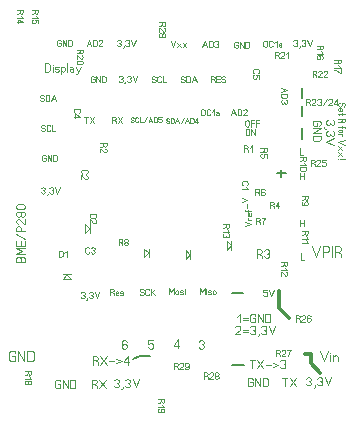
<source format=gbr>
%FSLAX32Y32*%
%MOMM*%
%LNBESTUECKUNG2*%
G71*
G01*
%ADD10C, 0.07*%
%ADD11C, 0.06*%
%ADD12C, 0.20*%
%ADD13C, 0.17*%
%ADD14C, 0.10*%
%ADD15C, 0.19*%
%ADD16C, 0.09*%
%ADD17C, 0.11*%
%ADD18C, 0.30*%
%LPD*%
G54D10*
X3136Y3248D02*
X3156Y3301D01*
X3176Y3248D01*
G54D10*
X3144Y3268D02*
X3168Y3268D01*
G54D10*
X3191Y3248D02*
X3191Y3301D01*
X3211Y3301D01*
X3219Y3298D01*
X3223Y3291D01*
X3223Y3258D01*
X3219Y3251D01*
X3211Y3248D01*
X3191Y3248D01*
G54D10*
X3270Y3248D02*
X3238Y3248D01*
X3238Y3251D01*
X3242Y3258D01*
X3266Y3278D01*
X3270Y3285D01*
X3270Y3291D01*
X3266Y3298D01*
X3258Y3301D01*
X3250Y3301D01*
X3242Y3298D01*
X3238Y3291D01*
G54D10*
X2913Y3291D02*
X2913Y3258D01*
X2909Y3251D01*
X2901Y3248D01*
X2893Y3248D01*
X2885Y3251D01*
X2881Y3258D01*
X2881Y3291D01*
X2885Y3298D01*
X2893Y3301D01*
X2901Y3301D01*
X2909Y3298D01*
X2913Y3291D01*
G54D10*
X2960Y3258D02*
X2956Y3251D01*
X2948Y3248D01*
X2940Y3248D01*
X2932Y3251D01*
X2928Y3258D01*
X2928Y3291D01*
X2932Y3298D01*
X2940Y3301D01*
X2948Y3301D01*
X2956Y3298D01*
X2960Y3291D01*
G54D10*
X2975Y3281D02*
X2995Y3301D01*
X2995Y3248D01*
G54D10*
X3010Y3275D02*
X3018Y3278D01*
X3027Y3278D01*
X3034Y3271D01*
X3034Y3248D01*
G54D10*
X3034Y3258D02*
X3030Y3265D01*
X3022Y3266D01*
X3014Y3265D01*
X3010Y3258D01*
X3011Y3251D01*
X3018Y3248D01*
X3022Y3248D01*
X3023Y3248D01*
X3030Y3251D01*
X3034Y3258D01*
G54D11*
X2585Y3189D02*
X2589Y3183D01*
X2595Y3181D01*
X2602Y3181D01*
X2609Y3183D01*
X2612Y3189D01*
X2612Y3195D01*
X2609Y3200D01*
X2602Y3203D01*
X2595Y3203D01*
X2589Y3206D01*
X2585Y3211D01*
X2585Y3217D01*
X2589Y3222D01*
X2595Y3225D01*
X2602Y3225D01*
X2609Y3222D01*
X2612Y3217D01*
G54D11*
X2624Y3181D02*
X2624Y3225D01*
X2641Y3225D01*
X2648Y3222D01*
X2651Y3217D01*
X2651Y3189D01*
X2648Y3183D01*
X2641Y3181D01*
X2624Y3181D01*
G54D11*
X2663Y3181D02*
X2680Y3225D01*
X2697Y3181D01*
G54D11*
X2670Y3197D02*
X2690Y3197D01*
G54D11*
X2708Y3181D02*
X2735Y3225D01*
G54D11*
X2747Y3181D02*
X2764Y3225D01*
X2781Y3181D01*
G54D11*
X2754Y3197D02*
X2774Y3197D01*
G54D11*
X2792Y3181D02*
X2792Y3225D01*
X2809Y3225D01*
X2816Y3222D01*
X2819Y3217D01*
X2819Y3189D01*
X2816Y3183D01*
X2809Y3181D01*
X2792Y3181D01*
G54D11*
X2851Y3181D02*
X2851Y3225D01*
X2831Y3197D01*
X2831Y3192D01*
X2858Y3192D01*
G54D11*
X2285Y3197D02*
X2288Y3191D01*
X2295Y3189D01*
X2301Y3189D01*
X2308Y3191D01*
X2311Y3197D01*
X2311Y3202D01*
X2308Y3208D01*
X2301Y3211D01*
X2295Y3211D01*
X2288Y3214D01*
X2285Y3219D01*
X2285Y3225D01*
X2288Y3230D01*
X2295Y3233D01*
X2301Y3233D01*
X2308Y3230D01*
X2311Y3225D01*
G54D11*
X2350Y3197D02*
X2347Y3191D01*
X2340Y3189D01*
X2334Y3189D01*
X2327Y3191D01*
X2324Y3197D01*
X2324Y3225D01*
X2327Y3230D01*
X2334Y3233D01*
X2340Y3233D01*
X2347Y3230D01*
X2350Y3225D01*
G54D11*
X2363Y3233D02*
X2363Y3189D01*
X2386Y3189D01*
G54D11*
X2398Y3189D02*
X2424Y3233D01*
G54D11*
X2437Y3189D02*
X2453Y3233D01*
X2470Y3189D01*
G54D11*
X2443Y3205D02*
X2463Y3205D01*
G54D11*
X2482Y3189D02*
X2482Y3233D01*
X2498Y3233D01*
X2505Y3230D01*
X2508Y3225D01*
X2508Y3197D01*
X2505Y3191D01*
X2498Y3189D01*
X2482Y3189D01*
G54D11*
X2547Y3233D02*
X2521Y3233D01*
X2521Y3214D01*
X2524Y3214D01*
X2531Y3216D01*
X2537Y3216D01*
X2544Y3214D01*
X2547Y3208D01*
X2547Y3197D01*
X2544Y3191D01*
X2537Y3189D01*
X2531Y3189D01*
X2524Y3191D01*
X2521Y3197D01*
G54D10*
X2145Y3211D02*
X2157Y3204D01*
X2161Y3197D01*
X2161Y3184D01*
G54D10*
X2129Y3184D02*
X2129Y3237D01*
X2149Y3237D01*
X2157Y3234D01*
X2161Y3227D01*
X2161Y3221D01*
X2157Y3214D01*
X2149Y3211D01*
X2129Y3211D01*
G54D10*
X2176Y3237D02*
X2216Y3184D01*
G54D10*
X2176Y3184D02*
X2216Y3237D01*
G54D10*
X1907Y3184D02*
X1907Y3237D01*
G54D10*
X1891Y3237D02*
X1923Y3237D01*
G54D10*
X1938Y3237D02*
X1978Y3184D01*
G54D10*
X1938Y3184D02*
X1978Y3237D01*
G54D10*
X3560Y3483D02*
X3613Y3463D01*
X3560Y3443D01*
G54D10*
X3580Y3475D02*
X3580Y3451D01*
G54D10*
X3560Y3428D02*
X3613Y3428D01*
X3613Y3408D01*
X3610Y3400D01*
X3603Y3396D01*
X3570Y3396D01*
X3563Y3400D01*
X3560Y3408D01*
X3560Y3428D01*
G54D10*
X3603Y3381D02*
X3610Y3377D01*
X3613Y3369D01*
X3613Y3361D01*
X3610Y3353D01*
X3603Y3349D01*
X3596Y3349D01*
X3590Y3353D01*
X3586Y3361D01*
X3583Y3353D01*
X3576Y3349D01*
X3570Y3349D01*
X3563Y3353D01*
X3560Y3361D01*
X3560Y3369D01*
X3563Y3377D01*
X3570Y3381D01*
G54D12*
X3237Y1746D02*
X3141Y1746D01*
G54D10*
X1863Y1743D02*
X1867Y1750D01*
X1875Y1753D01*
X1883Y1753D01*
X1891Y1750D01*
X1895Y1743D01*
X1895Y1737D01*
X1891Y1730D01*
X1883Y1727D01*
X1891Y1723D01*
X1895Y1717D01*
X1895Y1710D01*
X1891Y1703D01*
X1883Y1700D01*
X1875Y1700D01*
X1867Y1703D01*
X1863Y1710D01*
G54D10*
X1918Y1700D02*
X1918Y1693D01*
X1914Y1687D01*
X1910Y1687D01*
G54D10*
X1933Y1743D02*
X1937Y1750D01*
X1945Y1753D01*
X1953Y1753D01*
X1961Y1750D01*
X1965Y1743D01*
X1965Y1737D01*
X1961Y1730D01*
X1953Y1727D01*
X1961Y1723D01*
X1965Y1717D01*
X1965Y1710D01*
X1961Y1703D01*
X1953Y1700D01*
X1945Y1700D01*
X1937Y1703D01*
X1933Y1710D01*
G54D10*
X1980Y1753D02*
X2000Y1700D01*
X2020Y1753D01*
G54D10*
X2871Y1736D02*
X2871Y1789D01*
X2891Y1756D01*
X2911Y1789D01*
X2911Y1736D01*
G54D10*
X2926Y1736D02*
X2926Y1766D01*
G54D10*
X2926Y1776D02*
X2926Y1776D01*
G54D10*
X2941Y1739D02*
X2949Y1736D01*
X2957Y1736D01*
X2965Y1739D01*
X2965Y1746D01*
X2961Y1749D01*
X2945Y1753D01*
X2941Y1756D01*
X2941Y1763D01*
X2949Y1766D01*
X2957Y1766D01*
X2965Y1763D01*
G54D10*
X3004Y1744D02*
X3004Y1757D01*
X3000Y1764D01*
X2992Y1766D01*
X2984Y1764D01*
X2980Y1757D01*
X2980Y1744D01*
X2984Y1737D01*
X2992Y1736D01*
X3000Y1737D01*
X3004Y1744D01*
G54D10*
X2609Y1736D02*
X2609Y1789D01*
X2629Y1756D01*
X2649Y1789D01*
X2649Y1736D01*
G54D10*
X2688Y1744D02*
X2688Y1757D01*
X2684Y1764D01*
X2676Y1766D01*
X2668Y1764D01*
X2664Y1757D01*
X2664Y1744D01*
X2668Y1737D01*
X2676Y1736D01*
X2684Y1737D01*
X2688Y1744D01*
G54D10*
X2703Y1739D02*
X2711Y1736D01*
X2719Y1736D01*
X2727Y1739D01*
X2727Y1746D01*
X2723Y1749D01*
X2707Y1753D01*
X2703Y1756D01*
X2703Y1763D01*
X2711Y1766D01*
X2719Y1766D01*
X2727Y1763D01*
G54D10*
X2742Y1736D02*
X2742Y1766D01*
G54D10*
X2742Y1776D02*
X2742Y1776D01*
G54D10*
X2364Y1738D02*
X2368Y1731D01*
X2376Y1728D01*
X2384Y1728D01*
X2392Y1731D01*
X2396Y1738D01*
X2396Y1745D01*
X2392Y1751D01*
X2384Y1755D01*
X2376Y1755D01*
X2368Y1758D01*
X2364Y1765D01*
X2364Y1771D01*
X2368Y1778D01*
X2376Y1781D01*
X2384Y1781D01*
X2392Y1778D01*
X2396Y1771D01*
G54D10*
X2443Y1738D02*
X2439Y1731D01*
X2431Y1728D01*
X2423Y1728D01*
X2415Y1731D01*
X2411Y1738D01*
X2411Y1771D01*
X2415Y1778D01*
X2423Y1781D01*
X2431Y1781D01*
X2439Y1778D01*
X2443Y1771D01*
G54D10*
X2458Y1728D02*
X2458Y1781D01*
G54D10*
X2458Y1745D02*
X2490Y1781D01*
G54D10*
X2470Y1755D02*
X2490Y1728D01*
G54D10*
X2127Y1755D02*
X2139Y1748D01*
X2143Y1741D01*
X2143Y1728D01*
G54D10*
X2111Y1728D02*
X2111Y1781D01*
X2131Y1781D01*
X2139Y1778D01*
X2143Y1771D01*
X2143Y1765D01*
X2139Y1758D01*
X2131Y1755D01*
X2111Y1755D01*
G54D10*
X2182Y1731D02*
X2176Y1728D01*
X2168Y1728D01*
X2160Y1731D01*
X2158Y1738D01*
X2158Y1749D01*
X2162Y1756D01*
X2170Y1758D01*
X2178Y1756D01*
X2182Y1751D01*
X2182Y1745D01*
X2158Y1745D01*
G54D10*
X2197Y1731D02*
X2205Y1728D01*
X2213Y1728D01*
X2221Y1731D01*
X2221Y1738D01*
X2217Y1741D01*
X2201Y1745D01*
X2197Y1748D01*
X2197Y1755D01*
X2205Y1758D01*
X2213Y1758D01*
X2221Y1755D01*
G54D13*
X3602Y2757D02*
X3522Y2757D01*
G54D13*
X3562Y2790D02*
X3562Y2724D01*
G54D10*
X3442Y1773D02*
X3410Y1773D01*
X3410Y1750D01*
X3414Y1750D01*
X3422Y1753D01*
X3430Y1753D01*
X3438Y1750D01*
X3442Y1743D01*
X3442Y1730D01*
X3438Y1723D01*
X3430Y1720D01*
X3422Y1720D01*
X3414Y1723D01*
X3410Y1730D01*
G54D10*
X3457Y1773D02*
X3477Y1720D01*
X3497Y1773D01*
G54D10*
X3287Y3197D02*
X3287Y3163D01*
X3283Y3157D01*
X3275Y3153D01*
X3267Y3153D01*
X3259Y3157D01*
X3255Y3163D01*
X3255Y3197D01*
X3259Y3203D01*
X3267Y3207D01*
X3275Y3207D01*
X3283Y3203D01*
X3287Y3197D01*
G54D10*
X3302Y3153D02*
X3302Y3207D01*
X3330Y3207D01*
G54D10*
X3302Y3180D02*
X3330Y3180D01*
G54D10*
X3345Y3153D02*
X3345Y3207D01*
X3373Y3207D01*
G54D10*
X3345Y3180D02*
X3373Y3180D01*
G54D10*
X3290Y3126D02*
X3290Y3093D01*
X3286Y3086D01*
X3278Y3083D01*
X3270Y3083D01*
X3262Y3086D01*
X3258Y3093D01*
X3258Y3126D01*
X3262Y3133D01*
X3270Y3136D01*
X3278Y3136D01*
X3286Y3133D01*
X3290Y3126D01*
G54D10*
X3305Y3083D02*
X3305Y3136D01*
X3337Y3083D01*
X3337Y3136D01*
G54D14*
X1710Y1867D02*
X1782Y1867D01*
X1742Y1906D01*
X1742Y1898D01*
X1710Y1867D01*
G54D14*
X1710Y1906D02*
X1774Y1906D01*
X1782Y1906D01*
G54D14*
X1900Y2328D02*
X1900Y2256D01*
X1940Y2296D01*
X1932Y2296D01*
X1900Y2328D01*
G54D14*
X1940Y2328D02*
X1940Y2264D01*
X1940Y2256D01*
G54D14*
X2400Y2121D02*
X2400Y2050D01*
X2440Y2089D01*
X2432Y2089D01*
X2400Y2121D01*
G54D14*
X2440Y2121D02*
X2440Y2058D01*
X2440Y2050D01*
G54D14*
X2750Y2105D02*
X2750Y2034D01*
X2789Y2074D01*
X2781Y2074D01*
X2750Y2105D01*
G54D14*
X2789Y2105D02*
X2789Y2042D01*
X2789Y2034D01*
G54D14*
X3099Y2185D02*
X3099Y2113D01*
X3139Y2153D01*
X3131Y2153D01*
X3099Y2185D01*
G54D14*
X3139Y2185D02*
X3139Y2121D01*
X3139Y2113D01*
G54D10*
X3719Y2709D02*
X3719Y2762D01*
G54D10*
X3751Y2709D02*
X3751Y2762D01*
G54D10*
X3719Y2735D02*
X3751Y2735D01*
G54D10*
X3719Y2312D02*
X3719Y2365D01*
G54D10*
X3751Y2312D02*
X3751Y2365D01*
G54D10*
X3719Y2338D02*
X3751Y2338D01*
G54D10*
X3718Y2970D02*
X3718Y2917D01*
X3746Y2917D01*
G54D10*
X3726Y2081D02*
X3726Y2028D01*
X3754Y2028D01*
G54D15*
X3737Y3051D02*
X3737Y3141D01*
G54D15*
X3737Y3392D02*
X3737Y3483D01*
G54D15*
X3737Y3241D02*
X3737Y3332D01*
G54D10*
X3253Y2308D02*
X3306Y2328D01*
X3253Y2348D01*
G54D10*
X3306Y2363D02*
X3276Y2363D01*
G54D10*
X3283Y2363D02*
X3276Y2371D01*
X3276Y2379D01*
G54D10*
X3303Y2418D02*
X3306Y2412D01*
X3306Y2404D01*
X3303Y2396D01*
X3296Y2394D01*
X3285Y2394D01*
X3278Y2398D01*
X3276Y2406D01*
X3278Y2414D01*
X3283Y2418D01*
X3289Y2418D01*
X3289Y2394D01*
G54D10*
X3306Y2441D02*
X3256Y2441D01*
X3253Y2445D01*
X3255Y2449D01*
G54D10*
X3276Y2433D02*
X3276Y2449D01*
G54D11*
X3226Y2545D02*
X3270Y2529D01*
X3226Y2512D01*
G54D11*
X3270Y2500D02*
X3270Y2467D01*
G54D10*
X3261Y2969D02*
X3273Y2962D01*
X3277Y2955D01*
X3277Y2942D01*
G54D10*
X3245Y2942D02*
X3245Y2995D01*
X3265Y2995D01*
X3273Y2992D01*
X3277Y2985D01*
X3277Y2979D01*
X3273Y2972D01*
X3265Y2969D01*
X3245Y2969D01*
G54D10*
X3292Y2975D02*
X3312Y2995D01*
X3312Y2942D01*
G54D10*
X2055Y2998D02*
X2048Y2986D01*
X2042Y2982D01*
X2028Y2982D01*
G54D10*
X2028Y3014D02*
X2082Y3014D01*
X2082Y2994D01*
X2078Y2986D01*
X2072Y2982D01*
X2065Y2982D01*
X2058Y2986D01*
X2055Y2994D01*
X2055Y3014D01*
G54D10*
X2028Y2935D02*
X2028Y2967D01*
X2032Y2967D01*
X2038Y2963D01*
X2058Y2939D01*
X2065Y2935D01*
X2072Y2935D01*
X2078Y2939D01*
X2082Y2947D01*
X2082Y2955D01*
X2078Y2963D01*
X2072Y2967D01*
G54D16*
X3374Y2079D02*
X3390Y2070D01*
X3395Y2061D01*
X3395Y2044D01*
G54D16*
X3352Y2044D02*
X3352Y2115D01*
X3379Y2115D01*
X3390Y2110D01*
X3395Y2101D01*
X3395Y2093D01*
X3390Y2084D01*
X3379Y2079D01*
X3352Y2079D01*
G54D16*
X3415Y2101D02*
X3421Y2110D01*
X3431Y2115D01*
X3442Y2115D01*
X3453Y2110D01*
X3458Y2101D01*
X3458Y2093D01*
X3453Y2084D01*
X3442Y2079D01*
X3453Y2075D01*
X3458Y2066D01*
X3458Y2057D01*
X3453Y2048D01*
X3442Y2044D01*
X3431Y2044D01*
X3421Y2048D01*
X3415Y2057D01*
G54D10*
X3481Y2492D02*
X3493Y2485D01*
X3497Y2479D01*
X3497Y2465D01*
G54D10*
X3465Y2465D02*
X3465Y2519D01*
X3485Y2519D01*
X3493Y2515D01*
X3497Y2509D01*
X3497Y2502D01*
X3493Y2495D01*
X3485Y2492D01*
X3465Y2492D01*
G54D10*
X3536Y2465D02*
X3536Y2519D01*
X3512Y2485D01*
X3512Y2479D01*
X3544Y2479D01*
G54D10*
X3411Y2954D02*
X3404Y2942D01*
X3397Y2938D01*
X3384Y2938D01*
G54D10*
X3384Y2970D02*
X3437Y2970D01*
X3437Y2950D01*
X3434Y2942D01*
X3427Y2938D01*
X3421Y2938D01*
X3414Y2942D01*
X3411Y2950D01*
X3411Y2970D01*
G54D10*
X3437Y2891D02*
X3437Y2923D01*
X3414Y2923D01*
X3414Y2919D01*
X3417Y2911D01*
X3417Y2903D01*
X3414Y2895D01*
X3407Y2891D01*
X3394Y2891D01*
X3387Y2895D01*
X3384Y2903D01*
X3384Y2911D01*
X3387Y2919D01*
X3394Y2923D01*
G54D10*
X2199Y2175D02*
X2211Y2168D01*
X2215Y2161D01*
X2215Y2148D01*
G54D10*
X2183Y2148D02*
X2183Y2201D01*
X2203Y2201D01*
X2211Y2198D01*
X2215Y2191D01*
X2215Y2185D01*
X2211Y2178D01*
X2203Y2175D01*
X2183Y2175D01*
G54D10*
X2250Y2175D02*
X2242Y2175D01*
X2234Y2178D01*
X2230Y2185D01*
X2230Y2191D01*
X2234Y2198D01*
X2242Y2201D01*
X2250Y2201D01*
X2258Y2198D01*
X2262Y2191D01*
X2262Y2185D01*
X2258Y2178D01*
X2250Y2175D01*
X2258Y2171D01*
X2262Y2165D01*
X2262Y2158D01*
X2258Y2151D01*
X2250Y2148D01*
X2242Y2148D01*
X2234Y2151D01*
X2230Y2158D01*
X2230Y2165D01*
X2234Y2171D01*
X2242Y2175D01*
G54D10*
X3358Y2601D02*
X3370Y2594D01*
X3374Y2587D01*
X3374Y2574D01*
G54D10*
X3342Y2574D02*
X3342Y2627D01*
X3362Y2627D01*
X3370Y2624D01*
X3374Y2617D01*
X3374Y2611D01*
X3370Y2604D01*
X3362Y2601D01*
X3342Y2601D01*
G54D10*
X3421Y2617D02*
X3417Y2624D01*
X3409Y2627D01*
X3401Y2627D01*
X3393Y2624D01*
X3389Y2617D01*
X3389Y2601D01*
X3389Y2597D01*
X3401Y2604D01*
X3409Y2604D01*
X3417Y2601D01*
X3421Y2594D01*
X3421Y2584D01*
X3417Y2577D01*
X3409Y2574D01*
X3401Y2574D01*
X3393Y2577D01*
X3389Y2584D01*
X3389Y2601D01*
G54D10*
X3364Y2356D02*
X3376Y2349D01*
X3380Y2343D01*
X3380Y2329D01*
G54D10*
X3348Y2329D02*
X3348Y2383D01*
X3368Y2383D01*
X3376Y2379D01*
X3380Y2373D01*
X3380Y2366D01*
X3376Y2359D01*
X3368Y2356D01*
X3348Y2356D01*
G54D10*
X3395Y2383D02*
X3427Y2383D01*
X3423Y2376D01*
X3415Y2366D01*
X3407Y2353D01*
X3403Y2343D01*
X3403Y2329D01*
G54D10*
X3743Y2879D02*
X3737Y2867D01*
X3730Y2863D01*
X3717Y2863D01*
G54D10*
X3717Y2895D02*
X3770Y2895D01*
X3770Y2875D01*
X3767Y2867D01*
X3760Y2863D01*
X3753Y2863D01*
X3747Y2867D01*
X3743Y2875D01*
X3743Y2895D01*
G54D10*
X3750Y2848D02*
X3770Y2828D01*
X3717Y2828D01*
G54D10*
X3760Y2781D02*
X3727Y2781D01*
X3720Y2785D01*
X3717Y2793D01*
X3717Y2801D01*
X3720Y2809D01*
X3727Y2813D01*
X3760Y2813D01*
X3767Y2809D01*
X3770Y2801D01*
X3770Y2793D01*
X3767Y2785D01*
X3760Y2781D01*
G54D10*
X3584Y1990D02*
X3578Y1978D01*
X3571Y1974D01*
X3558Y1974D01*
G54D10*
X3558Y2006D02*
X3611Y2006D01*
X3611Y1986D01*
X3608Y1978D01*
X3601Y1974D01*
X3594Y1974D01*
X3588Y1978D01*
X3584Y1986D01*
X3584Y2006D01*
G54D10*
X3591Y1959D02*
X3611Y1939D01*
X3558Y1939D01*
G54D10*
X3558Y1892D02*
X3558Y1924D01*
X3561Y1924D01*
X3568Y1920D01*
X3588Y1896D01*
X3594Y1892D01*
X3601Y1892D01*
X3608Y1896D01*
X3611Y1904D01*
X3611Y1912D01*
X3608Y1920D01*
X3601Y1924D01*
G54D10*
X3759Y2256D02*
X3752Y2244D01*
X3746Y2240D01*
X3732Y2240D01*
G54D10*
X3732Y2272D02*
X3786Y2272D01*
X3786Y2252D01*
X3782Y2244D01*
X3776Y2240D01*
X3769Y2240D01*
X3762Y2244D01*
X3759Y2252D01*
X3759Y2272D01*
G54D10*
X3766Y2225D02*
X3786Y2205D01*
X3732Y2205D01*
G54D10*
X3766Y2190D02*
X3786Y2170D01*
X3732Y2170D01*
G54D10*
X3759Y2552D02*
X3752Y2540D01*
X3746Y2536D01*
X3732Y2536D01*
G54D10*
X3732Y2568D02*
X3786Y2568D01*
X3786Y2548D01*
X3782Y2540D01*
X3776Y2536D01*
X3769Y2536D01*
X3762Y2540D01*
X3759Y2548D01*
X3759Y2568D01*
G54D10*
X3742Y2521D02*
X3736Y2517D01*
X3732Y2509D01*
X3732Y2501D01*
X3736Y2493D01*
X3742Y2489D01*
X3759Y2489D01*
X3762Y2489D01*
X3756Y2501D01*
X3756Y2509D01*
X3759Y2517D01*
X3766Y2521D01*
X3776Y2521D01*
X3782Y2517D01*
X3786Y2509D01*
X3786Y2501D01*
X3782Y2493D01*
X3776Y2489D01*
X3759Y2489D01*
G54D10*
X1677Y2051D02*
X1677Y2104D01*
X1697Y2104D01*
X1705Y2101D01*
X1709Y2094D01*
X1709Y2061D01*
X1705Y2054D01*
X1697Y2051D01*
X1677Y2051D01*
G54D10*
X1724Y2084D02*
X1744Y2104D01*
X1744Y2051D01*
G54D10*
X1939Y2415D02*
X1992Y2415D01*
X1992Y2395D01*
X1989Y2387D01*
X1982Y2383D01*
X1949Y2383D01*
X1942Y2387D01*
X1939Y2395D01*
X1939Y2415D01*
G54D10*
X1939Y2336D02*
X1939Y2368D01*
X1942Y2368D01*
X1949Y2364D01*
X1969Y2340D01*
X1975Y2336D01*
X1982Y2336D01*
X1989Y2340D01*
X1992Y2348D01*
X1992Y2356D01*
X1989Y2364D01*
X1982Y2368D01*
G54D10*
X1935Y2089D02*
X1931Y2082D01*
X1923Y2079D01*
X1915Y2079D01*
X1907Y2082D01*
X1903Y2089D01*
X1903Y2122D01*
X1907Y2129D01*
X1915Y2132D01*
X1923Y2132D01*
X1931Y2129D01*
X1935Y2122D01*
G54D10*
X1950Y2122D02*
X1954Y2129D01*
X1962Y2132D01*
X1970Y2132D01*
X1978Y2129D01*
X1982Y2122D01*
X1982Y2115D01*
X1978Y2109D01*
X1970Y2105D01*
X1978Y2102D01*
X1982Y2095D01*
X1982Y2089D01*
X1978Y2082D01*
X1970Y2079D01*
X1962Y2079D01*
X1954Y2082D01*
X1950Y2089D01*
G54D10*
X3234Y2657D02*
X3228Y2661D01*
X3224Y2669D01*
X3224Y2677D01*
X3228Y2685D01*
X3234Y2689D01*
X3268Y2689D01*
X3274Y2685D01*
X3278Y2677D01*
X3278Y2669D01*
X3274Y2661D01*
X3268Y2657D01*
G54D10*
X3258Y2642D02*
X3278Y2622D01*
X3224Y2622D01*
G54D10*
X1877Y2756D02*
X1870Y2760D01*
X1867Y2768D01*
X1867Y2776D01*
X1870Y2784D01*
X1877Y2788D01*
X1910Y2788D01*
X1917Y2784D01*
X1920Y2776D01*
X1920Y2768D01*
X1917Y2760D01*
X1910Y2756D01*
G54D10*
X1867Y2709D02*
X1867Y2741D01*
X1870Y2741D01*
X1877Y2737D01*
X1897Y2713D01*
X1904Y2709D01*
X1910Y2709D01*
X1917Y2713D01*
X1920Y2721D01*
X1920Y2729D01*
X1917Y2737D01*
X1910Y2741D01*
G54D10*
X3092Y2315D02*
X3086Y2303D01*
X3079Y2299D01*
X3066Y2299D01*
G54D10*
X3066Y2331D02*
X3119Y2331D01*
X3119Y2311D01*
X3116Y2303D01*
X3109Y2299D01*
X3102Y2299D01*
X3096Y2303D01*
X3092Y2311D01*
X3092Y2331D01*
G54D10*
X3099Y2284D02*
X3119Y2264D01*
X3066Y2264D01*
G54D10*
X3109Y2249D02*
X3116Y2245D01*
X3119Y2237D01*
X3119Y2229D01*
X3116Y2221D01*
X3109Y2217D01*
X3102Y2217D01*
X3096Y2221D01*
X3092Y2229D01*
X3089Y2221D01*
X3082Y2217D01*
X3076Y2217D01*
X3069Y2221D01*
X3066Y2229D01*
X3066Y2237D01*
X3069Y2245D01*
X3076Y2249D01*
G54D10*
X1814Y3272D02*
X1807Y3276D01*
X1804Y3284D01*
X1804Y3292D01*
X1807Y3300D01*
X1814Y3304D01*
X1847Y3304D01*
X1854Y3300D01*
X1857Y3292D01*
X1857Y3284D01*
X1854Y3276D01*
X1847Y3272D01*
G54D10*
X1804Y3233D02*
X1857Y3233D01*
X1824Y3257D01*
X1817Y3257D01*
X1817Y3225D01*
G54D10*
X1527Y2631D02*
X1531Y2637D01*
X1539Y2641D01*
X1547Y2641D01*
X1555Y2637D01*
X1559Y2631D01*
X1559Y2624D01*
X1555Y2617D01*
X1547Y2614D01*
X1555Y2611D01*
X1559Y2604D01*
X1559Y2597D01*
X1555Y2591D01*
X1547Y2587D01*
X1539Y2587D01*
X1531Y2591D01*
X1527Y2597D01*
G54D10*
X1582Y2587D02*
X1582Y2581D01*
X1578Y2574D01*
X1574Y2574D01*
G54D10*
X1597Y2631D02*
X1601Y2637D01*
X1609Y2641D01*
X1617Y2641D01*
X1625Y2637D01*
X1629Y2631D01*
X1629Y2624D01*
X1625Y2617D01*
X1617Y2614D01*
X1625Y2611D01*
X1629Y2604D01*
X1629Y2597D01*
X1625Y2591D01*
X1617Y2587D01*
X1609Y2587D01*
X1601Y2591D01*
X1597Y2597D01*
G54D10*
X1644Y2641D02*
X1664Y2587D01*
X1684Y2641D01*
G54D10*
X1551Y2887D02*
X1567Y2887D01*
X1567Y2870D01*
X1563Y2864D01*
X1555Y2860D01*
X1547Y2860D01*
X1539Y2864D01*
X1535Y2870D01*
X1535Y2904D01*
X1539Y2910D01*
X1547Y2914D01*
X1555Y2914D01*
X1563Y2910D01*
X1567Y2904D01*
G54D10*
X1582Y2860D02*
X1582Y2914D01*
X1614Y2860D01*
X1614Y2914D01*
G54D10*
X1629Y2860D02*
X1629Y2914D01*
X1649Y2914D01*
X1657Y2910D01*
X1661Y2904D01*
X1661Y2870D01*
X1657Y2864D01*
X1649Y2860D01*
X1629Y2860D01*
G54D10*
X1519Y3378D02*
X1523Y3372D01*
X1531Y3368D01*
X1539Y3368D01*
X1547Y3372D01*
X1551Y3378D01*
X1551Y3385D01*
X1547Y3392D01*
X1539Y3395D01*
X1531Y3395D01*
X1523Y3398D01*
X1519Y3405D01*
X1519Y3412D01*
X1523Y3418D01*
X1531Y3422D01*
X1539Y3422D01*
X1547Y3418D01*
X1551Y3412D01*
G54D10*
X1566Y3368D02*
X1566Y3422D01*
X1586Y3422D01*
X1594Y3418D01*
X1598Y3412D01*
X1598Y3378D01*
X1594Y3372D01*
X1586Y3368D01*
X1566Y3368D01*
G54D10*
X1613Y3368D02*
X1633Y3422D01*
X1653Y3368D01*
G54D10*
X1621Y3388D02*
X1645Y3388D01*
G54D10*
X1527Y3124D02*
X1531Y3118D01*
X1539Y3114D01*
X1547Y3114D01*
X1555Y3118D01*
X1559Y3124D01*
X1559Y3131D01*
X1555Y3138D01*
X1547Y3141D01*
X1539Y3141D01*
X1531Y3144D01*
X1527Y3151D01*
X1527Y3158D01*
X1531Y3164D01*
X1539Y3168D01*
X1547Y3168D01*
X1555Y3164D01*
X1559Y3158D01*
G54D10*
X1606Y3124D02*
X1602Y3118D01*
X1594Y3114D01*
X1586Y3114D01*
X1578Y3118D01*
X1574Y3124D01*
X1574Y3158D01*
X1578Y3164D01*
X1586Y3168D01*
X1594Y3168D01*
X1602Y3164D01*
X1606Y3158D01*
G54D10*
X1621Y3168D02*
X1621Y3114D01*
X1649Y3114D01*
G54D10*
X3178Y3847D02*
X3194Y3847D01*
X3194Y3831D01*
X3190Y3824D01*
X3182Y3821D01*
X3174Y3821D01*
X3166Y3824D01*
X3162Y3831D01*
X3162Y3864D01*
X3166Y3871D01*
X3174Y3874D01*
X3182Y3874D01*
X3190Y3871D01*
X3194Y3864D01*
G54D10*
X3209Y3821D02*
X3209Y3874D01*
X3241Y3821D01*
X3241Y3874D01*
G54D10*
X3256Y3821D02*
X3256Y3874D01*
X3276Y3874D01*
X3284Y3871D01*
X3288Y3864D01*
X3288Y3831D01*
X3284Y3824D01*
X3276Y3821D01*
X3256Y3821D01*
G54D10*
X2186Y3575D02*
X2190Y3582D01*
X2198Y3585D01*
X2206Y3585D01*
X2214Y3582D01*
X2218Y3575D01*
X2218Y3569D01*
X2214Y3562D01*
X2206Y3559D01*
X2214Y3555D01*
X2218Y3549D01*
X2218Y3542D01*
X2214Y3535D01*
X2206Y3532D01*
X2198Y3532D01*
X2190Y3535D01*
X2186Y3542D01*
G54D10*
X2241Y3532D02*
X2241Y3525D01*
X2237Y3519D01*
X2233Y3519D01*
G54D10*
X2256Y3575D02*
X2260Y3582D01*
X2268Y3585D01*
X2276Y3585D01*
X2284Y3582D01*
X2288Y3575D01*
X2288Y3569D01*
X2284Y3562D01*
X2276Y3559D01*
X2284Y3555D01*
X2288Y3549D01*
X2288Y3542D01*
X2284Y3535D01*
X2276Y3532D01*
X2268Y3532D01*
X2260Y3535D01*
X2256Y3542D01*
G54D10*
X2303Y3585D02*
X2323Y3532D01*
X2343Y3585D01*
G54D10*
X1964Y3554D02*
X1980Y3554D01*
X1980Y3537D01*
X1976Y3530D01*
X1968Y3527D01*
X1960Y3527D01*
X1952Y3530D01*
X1948Y3537D01*
X1948Y3570D01*
X1952Y3577D01*
X1960Y3580D01*
X1968Y3580D01*
X1976Y3577D01*
X1980Y3570D01*
G54D10*
X1995Y3527D02*
X1995Y3580D01*
X2027Y3527D01*
X2027Y3580D01*
G54D10*
X2042Y3527D02*
X2042Y3580D01*
X2062Y3580D01*
X2070Y3577D01*
X2074Y3570D01*
X2074Y3537D01*
X2070Y3530D01*
X2062Y3527D01*
X2042Y3527D01*
G54D10*
X2464Y3537D02*
X2468Y3530D01*
X2476Y3527D01*
X2484Y3527D01*
X2492Y3530D01*
X2496Y3537D01*
X2496Y3544D01*
X2492Y3550D01*
X2484Y3554D01*
X2476Y3554D01*
X2468Y3557D01*
X2464Y3564D01*
X2464Y3570D01*
X2468Y3577D01*
X2476Y3580D01*
X2484Y3580D01*
X2492Y3577D01*
X2496Y3570D01*
G54D10*
X2543Y3537D02*
X2539Y3530D01*
X2531Y3527D01*
X2523Y3527D01*
X2515Y3530D01*
X2511Y3537D01*
X2511Y3570D01*
X2515Y3577D01*
X2523Y3580D01*
X2531Y3580D01*
X2539Y3577D01*
X2543Y3570D01*
G54D10*
X2558Y3580D02*
X2558Y3527D01*
X2586Y3527D01*
G54D10*
X2710Y3537D02*
X2714Y3530D01*
X2722Y3527D01*
X2730Y3527D01*
X2738Y3530D01*
X2742Y3537D01*
X2742Y3544D01*
X2738Y3550D01*
X2730Y3554D01*
X2722Y3554D01*
X2714Y3557D01*
X2710Y3564D01*
X2710Y3570D01*
X2714Y3577D01*
X2722Y3580D01*
X2730Y3580D01*
X2738Y3577D01*
X2742Y3570D01*
G54D10*
X2757Y3527D02*
X2757Y3580D01*
X2777Y3580D01*
X2785Y3577D01*
X2789Y3570D01*
X2789Y3537D01*
X2785Y3530D01*
X2777Y3527D01*
X2757Y3527D01*
G54D10*
X2804Y3527D02*
X2824Y3580D01*
X2844Y3527D01*
G54D10*
X2812Y3547D02*
X2836Y3547D01*
G54D10*
X2980Y3554D02*
X2992Y3547D01*
X2996Y3540D01*
X2996Y3527D01*
G54D10*
X2964Y3527D02*
X2964Y3580D01*
X2984Y3580D01*
X2992Y3577D01*
X2996Y3570D01*
X2996Y3564D01*
X2992Y3557D01*
X2984Y3554D01*
X2964Y3554D01*
G54D10*
X3039Y3527D02*
X3011Y3527D01*
X3011Y3580D01*
X3039Y3580D01*
G54D10*
X3011Y3554D02*
X3039Y3554D01*
G54D10*
X3054Y3537D02*
X3058Y3530D01*
X3066Y3527D01*
X3074Y3527D01*
X3082Y3530D01*
X3086Y3537D01*
X3086Y3544D01*
X3082Y3550D01*
X3074Y3554D01*
X3066Y3554D01*
X3058Y3557D01*
X3054Y3564D01*
X3054Y3570D01*
X3058Y3577D01*
X3066Y3580D01*
X3074Y3580D01*
X3082Y3577D01*
X3086Y3570D01*
G54D16*
X1561Y3620D02*
X1561Y3691D01*
X1587Y3691D01*
X1598Y3687D01*
X1603Y3678D01*
X1603Y3634D01*
X1598Y3625D01*
X1587Y3620D01*
X1561Y3620D01*
G54D16*
X1624Y3620D02*
X1624Y3660D01*
G54D16*
X1624Y3674D02*
X1624Y3674D01*
G54D16*
X1644Y3625D02*
X1654Y3620D01*
X1665Y3620D01*
X1676Y3625D01*
X1676Y3634D01*
X1670Y3638D01*
X1649Y3642D01*
X1644Y3647D01*
X1644Y3656D01*
X1654Y3660D01*
X1665Y3660D01*
X1676Y3656D01*
G54D16*
X1696Y3660D02*
X1696Y3602D01*
G54D16*
X1696Y3634D02*
X1701Y3622D01*
X1712Y3620D01*
X1722Y3622D01*
X1728Y3631D01*
X1728Y3649D01*
X1722Y3658D01*
X1712Y3660D01*
X1701Y3658D01*
X1696Y3647D01*
G54D16*
X1748Y3620D02*
X1748Y3691D01*
G54D16*
X1768Y3656D02*
X1778Y3660D01*
X1791Y3660D01*
X1800Y3651D01*
X1800Y3620D01*
G54D16*
X1800Y3634D02*
X1794Y3642D01*
X1784Y3644D01*
X1773Y3642D01*
X1768Y3634D01*
X1770Y3625D01*
X1778Y3620D01*
X1784Y3620D01*
X1786Y3620D01*
X1794Y3625D01*
X1800Y3634D01*
G54D16*
X1820Y3660D02*
X1841Y3620D01*
X1862Y3660D01*
G54D16*
X1841Y3620D02*
X1836Y3607D01*
X1830Y3602D01*
X1825Y3602D01*
G54D16*
X1389Y2010D02*
X1318Y2010D01*
X1318Y2036D01*
X1322Y2047D01*
X1331Y2052D01*
X1340Y2052D01*
X1349Y2047D01*
X1353Y2036D01*
X1358Y2047D01*
X1367Y2052D01*
X1375Y2052D01*
X1384Y2047D01*
X1389Y2036D01*
X1389Y2010D01*
G54D16*
X1353Y2010D02*
X1353Y2036D01*
G54D16*
X1389Y2073D02*
X1318Y2073D01*
X1362Y2099D01*
X1318Y2126D01*
X1389Y2126D01*
G54D16*
X1389Y2183D02*
X1389Y2146D01*
X1318Y2146D01*
X1318Y2183D01*
G54D16*
X1353Y2146D02*
X1353Y2183D01*
G54D16*
X1389Y2203D02*
X1318Y2245D01*
G54D16*
X1389Y2266D02*
X1318Y2266D01*
X1318Y2292D01*
X1322Y2303D01*
X1331Y2308D01*
X1340Y2308D01*
X1349Y2303D01*
X1353Y2292D01*
X1353Y2266D01*
G54D16*
X1389Y2371D02*
X1389Y2329D01*
X1384Y2329D01*
X1375Y2334D01*
X1349Y2366D01*
X1340Y2371D01*
X1331Y2371D01*
X1322Y2366D01*
X1318Y2355D01*
X1318Y2345D01*
X1322Y2334D01*
X1331Y2329D01*
G54D16*
X1353Y2418D02*
X1353Y2408D01*
X1349Y2397D01*
X1340Y2392D01*
X1331Y2392D01*
X1322Y2397D01*
X1318Y2408D01*
X1318Y2418D01*
X1322Y2429D01*
X1331Y2434D01*
X1340Y2434D01*
X1349Y2429D01*
X1353Y2418D01*
X1358Y2429D01*
X1367Y2434D01*
X1375Y2434D01*
X1384Y2429D01*
X1389Y2418D01*
X1389Y2408D01*
X1384Y2397D01*
X1375Y2392D01*
X1367Y2392D01*
X1358Y2397D01*
X1353Y2408D01*
G54D16*
X1331Y2497D02*
X1375Y2497D01*
X1384Y2492D01*
X1389Y2481D01*
X1389Y2471D01*
X1384Y2460D01*
X1375Y2455D01*
X1331Y2455D01*
X1322Y2460D01*
X1318Y2471D01*
X1318Y2481D01*
X1322Y2492D01*
X1331Y2497D01*
G54D10*
X2893Y3828D02*
X2913Y3881D01*
X2933Y3828D01*
G54D10*
X2901Y3848D02*
X2925Y3848D01*
G54D10*
X2948Y3828D02*
X2948Y3881D01*
X2968Y3881D01*
X2976Y3878D01*
X2980Y3871D01*
X2980Y3838D01*
X2976Y3831D01*
X2968Y3828D01*
X2948Y3828D01*
G54D10*
X2995Y3871D02*
X2999Y3878D01*
X3007Y3881D01*
X3015Y3881D01*
X3023Y3878D01*
X3027Y3871D01*
X3027Y3865D01*
X3023Y3858D01*
X3015Y3855D01*
X3023Y3851D01*
X3027Y3845D01*
X3027Y3838D01*
X3023Y3831D01*
X3015Y3828D01*
X3007Y3828D01*
X2999Y3831D01*
X2995Y3838D01*
G54D10*
X3440Y3872D02*
X3440Y3839D01*
X3436Y3832D01*
X3428Y3829D01*
X3420Y3829D01*
X3412Y3832D01*
X3408Y3839D01*
X3408Y3872D01*
X3412Y3879D01*
X3420Y3882D01*
X3428Y3882D01*
X3436Y3879D01*
X3440Y3872D01*
G54D10*
X3488Y3839D02*
X3484Y3832D01*
X3476Y3829D01*
X3468Y3829D01*
X3460Y3832D01*
X3456Y3839D01*
X3456Y3872D01*
X3460Y3879D01*
X3468Y3882D01*
X3476Y3882D01*
X3484Y3879D01*
X3488Y3872D01*
G54D10*
X3502Y3862D02*
X3522Y3882D01*
X3522Y3829D01*
G54D10*
X3538Y3855D02*
X3546Y3859D01*
X3555Y3859D01*
X3562Y3852D01*
X3562Y3829D01*
G54D10*
X3562Y3839D02*
X3558Y3845D01*
X3550Y3847D01*
X3542Y3845D01*
X3538Y3839D01*
X3539Y3832D01*
X3546Y3829D01*
X3550Y3829D01*
X3551Y3829D01*
X3558Y3832D01*
X3562Y3839D01*
G54D10*
X2170Y3877D02*
X2174Y3884D01*
X2182Y3887D01*
X2190Y3887D01*
X2198Y3884D01*
X2202Y3877D01*
X2202Y3870D01*
X2198Y3864D01*
X2190Y3860D01*
X2198Y3857D01*
X2202Y3850D01*
X2202Y3844D01*
X2198Y3837D01*
X2190Y3834D01*
X2182Y3834D01*
X2174Y3837D01*
X2170Y3844D01*
G54D10*
X2225Y3834D02*
X2225Y3827D01*
X2221Y3820D01*
X2217Y3820D01*
G54D10*
X2240Y3877D02*
X2244Y3884D01*
X2252Y3887D01*
X2260Y3887D01*
X2268Y3884D01*
X2272Y3877D01*
X2272Y3870D01*
X2268Y3864D01*
X2260Y3860D01*
X2268Y3857D01*
X2272Y3850D01*
X2272Y3844D01*
X2268Y3837D01*
X2260Y3834D01*
X2252Y3834D01*
X2244Y3837D01*
X2240Y3844D01*
G54D10*
X2287Y3887D02*
X2307Y3834D01*
X2327Y3887D01*
G54D10*
X1678Y3863D02*
X1694Y3863D01*
X1694Y3846D01*
X1690Y3840D01*
X1682Y3836D01*
X1674Y3836D01*
X1666Y3840D01*
X1662Y3846D01*
X1662Y3880D01*
X1666Y3886D01*
X1674Y3890D01*
X1682Y3890D01*
X1690Y3886D01*
X1694Y3880D01*
G54D10*
X1709Y3836D02*
X1709Y3890D01*
X1741Y3836D01*
X1741Y3890D01*
G54D10*
X1756Y3836D02*
X1756Y3890D01*
X1776Y3890D01*
X1784Y3886D01*
X1788Y3880D01*
X1788Y3846D01*
X1784Y3840D01*
X1776Y3836D01*
X1756Y3836D01*
G54D10*
X3662Y3877D02*
X3666Y3884D01*
X3674Y3887D01*
X3682Y3887D01*
X3690Y3884D01*
X3694Y3877D01*
X3694Y3870D01*
X3690Y3864D01*
X3682Y3860D01*
X3690Y3857D01*
X3694Y3850D01*
X3694Y3844D01*
X3690Y3837D01*
X3682Y3834D01*
X3674Y3834D01*
X3666Y3837D01*
X3662Y3844D01*
G54D10*
X3718Y3834D02*
X3718Y3827D01*
X3714Y3820D01*
X3710Y3820D01*
G54D10*
X3732Y3877D02*
X3736Y3884D01*
X3744Y3887D01*
X3752Y3887D01*
X3760Y3884D01*
X3764Y3877D01*
X3764Y3870D01*
X3760Y3864D01*
X3752Y3860D01*
X3760Y3857D01*
X3764Y3850D01*
X3764Y3844D01*
X3760Y3837D01*
X3752Y3834D01*
X3744Y3834D01*
X3736Y3837D01*
X3732Y3844D01*
G54D10*
X3780Y3887D02*
X3800Y3834D01*
X3820Y3887D01*
G54D16*
X2144Y1004D02*
X2149Y1012D01*
X2160Y1017D01*
X2170Y1017D01*
X2181Y1012D01*
X2186Y1004D01*
X2186Y995D01*
X2181Y986D01*
X2170Y981D01*
X2181Y977D01*
X2186Y968D01*
X2186Y959D01*
X2181Y950D01*
X2170Y946D01*
X2160Y946D01*
X2149Y950D01*
X2144Y959D01*
G54D16*
X2217Y946D02*
X2217Y937D01*
X2212Y928D01*
X2207Y928D01*
G54D16*
X2238Y1004D02*
X2243Y1012D01*
X2254Y1017D01*
X2264Y1017D01*
X2275Y1012D01*
X2280Y1004D01*
X2280Y995D01*
X2275Y986D01*
X2264Y981D01*
X2275Y977D01*
X2280Y968D01*
X2280Y959D01*
X2275Y950D01*
X2264Y946D01*
X2254Y946D01*
X2243Y950D01*
X2238Y959D01*
G54D16*
X2301Y1017D02*
X2327Y946D01*
X2354Y1017D01*
G54D16*
X1670Y974D02*
X1691Y974D01*
X1691Y952D01*
X1686Y943D01*
X1675Y938D01*
X1665Y938D01*
X1654Y943D01*
X1649Y952D01*
X1649Y996D01*
X1654Y1005D01*
X1665Y1009D01*
X1675Y1009D01*
X1686Y1005D01*
X1691Y996D01*
G54D16*
X1712Y938D02*
X1712Y1009D01*
X1754Y938D01*
X1754Y1009D01*
G54D16*
X1775Y938D02*
X1775Y1009D01*
X1801Y1009D01*
X1812Y1005D01*
X1817Y996D01*
X1817Y952D01*
X1812Y943D01*
X1801Y938D01*
X1775Y938D01*
G54D16*
X1978Y976D02*
X1994Y967D01*
X2000Y958D01*
X2000Y940D01*
G54D16*
X1957Y940D02*
X1957Y1011D01*
X1984Y1011D01*
X1994Y1007D01*
X2000Y998D01*
X2000Y989D01*
X1994Y980D01*
X1984Y976D01*
X1957Y976D01*
G54D16*
X2020Y1011D02*
X2073Y940D01*
G54D16*
X2020Y940D02*
X2073Y1011D01*
G54D16*
X3771Y1019D02*
X3776Y1028D01*
X3787Y1033D01*
X3798Y1033D01*
X3808Y1028D01*
X3814Y1019D01*
X3814Y1011D01*
X3808Y1002D01*
X3798Y997D01*
X3808Y993D01*
X3814Y984D01*
X3814Y975D01*
X3808Y966D01*
X3798Y962D01*
X3787Y962D01*
X3776Y966D01*
X3771Y975D01*
G54D16*
X3845Y962D02*
X3845Y953D01*
X3839Y944D01*
X3834Y944D01*
G54D16*
X3865Y1019D02*
X3870Y1028D01*
X3881Y1033D01*
X3892Y1033D01*
X3902Y1028D01*
X3908Y1019D01*
X3908Y1011D01*
X3902Y1002D01*
X3892Y997D01*
X3902Y993D01*
X3908Y984D01*
X3908Y975D01*
X3902Y966D01*
X3892Y962D01*
X3881Y962D01*
X3870Y966D01*
X3865Y975D01*
G54D16*
X3928Y1033D02*
X3955Y962D01*
X3981Y1033D01*
G54D16*
X3297Y990D02*
X3319Y990D01*
X3319Y967D01*
X3313Y959D01*
X3303Y954D01*
X3292Y954D01*
X3281Y959D01*
X3276Y967D01*
X3276Y1012D01*
X3281Y1021D01*
X3292Y1025D01*
X3303Y1025D01*
X3313Y1021D01*
X3319Y1012D01*
G54D16*
X3339Y954D02*
X3339Y1025D01*
X3382Y954D01*
X3382Y1025D01*
G54D16*
X3402Y954D02*
X3402Y1025D01*
X3429Y1025D01*
X3439Y1021D01*
X3445Y1012D01*
X3445Y967D01*
X3439Y959D01*
X3429Y954D01*
X3402Y954D01*
G54D16*
X3590Y956D02*
X3590Y1027D01*
G54D16*
X3568Y1027D02*
X3611Y1027D01*
G54D16*
X3631Y1027D02*
X3685Y956D01*
G54D16*
X3631Y956D02*
X3685Y1027D01*
G54D16*
X3996Y3210D02*
X4005Y3205D01*
X4010Y3194D01*
X4010Y3183D01*
X4005Y3173D01*
X3996Y3167D01*
X3987Y3167D01*
X3979Y3173D01*
X3974Y3183D01*
X3970Y3173D01*
X3961Y3167D01*
X3952Y3167D01*
X3943Y3173D01*
X3939Y3183D01*
X3939Y3194D01*
X3943Y3205D01*
X3952Y3210D01*
G54D16*
X3939Y3136D02*
X3930Y3136D01*
X3921Y3142D01*
X3921Y3147D01*
G54D16*
X3996Y3116D02*
X4005Y3111D01*
X4010Y3100D01*
X4010Y3089D01*
X4005Y3079D01*
X3996Y3073D01*
X3987Y3073D01*
X3979Y3079D01*
X3974Y3089D01*
X3970Y3079D01*
X3961Y3073D01*
X3952Y3073D01*
X3943Y3079D01*
X3939Y3089D01*
X3939Y3100D01*
X3943Y3111D01*
X3952Y3116D01*
G54D16*
X4010Y3053D02*
X3939Y3026D01*
X4010Y3000D01*
G54D16*
X3861Y3181D02*
X3861Y3159D01*
X3839Y3159D01*
X3830Y3165D01*
X3825Y3175D01*
X3825Y3186D01*
X3830Y3197D01*
X3839Y3202D01*
X3883Y3202D01*
X3892Y3197D01*
X3896Y3186D01*
X3896Y3175D01*
X3892Y3165D01*
X3883Y3159D01*
G54D16*
X3825Y3139D02*
X3896Y3139D01*
X3825Y3096D01*
X3896Y3096D01*
G54D16*
X3825Y3076D02*
X3896Y3076D01*
X3896Y3049D01*
X3892Y3039D01*
X3883Y3033D01*
X3839Y3033D01*
X3830Y3039D01*
X3825Y3049D01*
X3825Y3076D01*
G54D17*
X1283Y1212D02*
X1309Y1212D01*
X1309Y1184D01*
X1303Y1173D01*
X1289Y1167D01*
X1276Y1167D01*
X1263Y1173D01*
X1256Y1184D01*
X1256Y1240D01*
X1263Y1251D01*
X1276Y1256D01*
X1289Y1256D01*
X1303Y1251D01*
X1309Y1240D01*
G54D17*
X1333Y1167D02*
X1333Y1256D01*
X1386Y1167D01*
X1386Y1256D01*
G54D17*
X1410Y1167D02*
X1410Y1256D01*
X1443Y1256D01*
X1457Y1251D01*
X1463Y1240D01*
X1463Y1184D01*
X1457Y1173D01*
X1443Y1167D01*
X1410Y1167D01*
G54D17*
X3886Y1255D02*
X3919Y1166D01*
X3952Y1255D01*
G54D17*
X3977Y1166D02*
X3977Y1216D01*
G54D17*
X3977Y1233D02*
X3977Y1233D01*
G54D17*
X4001Y1166D02*
X4001Y1216D01*
G54D17*
X4001Y1205D02*
X4007Y1213D01*
X4021Y1216D01*
X4034Y1213D01*
X4041Y1205D01*
X4041Y1166D01*
G54D17*
X3823Y2140D02*
X3856Y2051D01*
X3890Y2140D01*
G54D17*
X3914Y2051D02*
X3914Y2140D01*
X3947Y2140D01*
X3961Y2134D01*
X3967Y2123D01*
X3967Y2112D01*
X3961Y2101D01*
X3947Y2095D01*
X3914Y2095D01*
G54D17*
X3991Y2051D02*
X3991Y2140D01*
G54D17*
X4042Y2095D02*
X4062Y2084D01*
X4068Y2073D01*
X4068Y2051D01*
G54D17*
X4015Y2051D02*
X4015Y2140D01*
X4048Y2140D01*
X4062Y2134D01*
X4068Y2123D01*
X4068Y2112D01*
X4062Y2101D01*
X4048Y2095D01*
X4015Y2095D01*
G54D10*
X1912Y3836D02*
X1932Y3890D01*
X1952Y3836D01*
G54D10*
X1920Y3856D02*
X1944Y3856D01*
G54D10*
X1967Y3836D02*
X1967Y3890D01*
X1987Y3890D01*
X1995Y3886D01*
X1999Y3880D01*
X1999Y3846D01*
X1995Y3840D01*
X1987Y3836D01*
X1967Y3836D01*
G54D10*
X2046Y3836D02*
X2014Y3836D01*
X2014Y3840D01*
X2018Y3846D01*
X2042Y3866D01*
X2046Y3873D01*
X2046Y3880D01*
X2042Y3886D01*
X2034Y3890D01*
X2026Y3890D01*
X2018Y3886D01*
X2014Y3880D01*
G54D16*
X3313Y1107D02*
X3313Y1178D01*
G54D16*
X3292Y1178D02*
X3334Y1178D01*
G54D16*
X3355Y1178D02*
X3408Y1107D01*
G54D16*
X3355Y1107D02*
X3408Y1178D01*
G54D16*
X3428Y1138D02*
X3470Y1138D01*
G54D16*
X3491Y1156D02*
X3533Y1138D01*
G54D16*
X3491Y1120D02*
X3533Y1138D01*
G54D16*
X3554Y1165D02*
X3559Y1174D01*
X3570Y1178D01*
X3580Y1178D01*
X3591Y1174D01*
X3596Y1165D01*
X3596Y1156D01*
X3591Y1147D01*
X3580Y1143D01*
X3591Y1138D01*
X3596Y1129D01*
X3596Y1120D01*
X3591Y1111D01*
X3580Y1107D01*
X3570Y1107D01*
X3559Y1111D01*
X3554Y1120D01*
G54D16*
X1987Y1174D02*
X2003Y1165D01*
X2009Y1157D01*
X2009Y1139D01*
G54D16*
X1966Y1139D02*
X1966Y1210D01*
X1993Y1210D01*
X2003Y1205D01*
X2009Y1197D01*
X2009Y1188D01*
X2003Y1179D01*
X1993Y1174D01*
X1966Y1174D01*
G54D16*
X2029Y1210D02*
X2082Y1139D01*
G54D16*
X2029Y1139D02*
X2082Y1210D01*
G54D16*
X2102Y1170D02*
X2145Y1170D01*
G54D16*
X2165Y1188D02*
X2208Y1170D01*
G54D16*
X2165Y1152D02*
X2208Y1170D01*
G54D16*
X2260Y1139D02*
X2260Y1210D01*
X2228Y1165D01*
X2228Y1157D01*
X2271Y1157D01*
G54D16*
X2254Y1331D02*
X2248Y1340D01*
X2238Y1345D01*
X2227Y1345D01*
X2216Y1340D01*
X2211Y1331D01*
X2211Y1309D01*
X2211Y1305D01*
X2227Y1314D01*
X2238Y1314D01*
X2248Y1309D01*
X2254Y1300D01*
X2254Y1287D01*
X2248Y1278D01*
X2238Y1274D01*
X2227Y1274D01*
X2216Y1278D01*
X2211Y1287D01*
X2211Y1309D01*
G54D16*
X2476Y1345D02*
X2433Y1345D01*
X2433Y1314D01*
X2439Y1314D01*
X2449Y1318D01*
X2460Y1318D01*
X2471Y1314D01*
X2476Y1305D01*
X2476Y1287D01*
X2471Y1278D01*
X2460Y1274D01*
X2449Y1274D01*
X2439Y1278D01*
X2433Y1287D01*
G54D16*
X2687Y1282D02*
X2687Y1353D01*
X2655Y1308D01*
X2655Y1299D01*
X2698Y1299D01*
G54D16*
X2862Y1331D02*
X2867Y1340D01*
X2878Y1345D01*
X2888Y1345D01*
X2899Y1340D01*
X2904Y1331D01*
X2904Y1323D01*
X2899Y1314D01*
X2888Y1309D01*
X2899Y1305D01*
X2904Y1296D01*
X2904Y1287D01*
X2899Y1278D01*
X2888Y1274D01*
X2878Y1274D01*
X2867Y1278D01*
X2862Y1287D01*
G54D12*
X2302Y1182D02*
X2365Y1214D01*
X2453Y1214D01*
G54D12*
X3143Y1134D02*
X3246Y1134D01*
G54D16*
X3187Y1540D02*
X3214Y1567D01*
X3214Y1496D01*
G54D16*
X3234Y1536D02*
X3277Y1536D01*
G54D16*
X3234Y1518D02*
X3277Y1518D01*
G54D16*
X3319Y1531D02*
X3340Y1531D01*
X3340Y1509D01*
X3335Y1500D01*
X3324Y1496D01*
X3313Y1496D01*
X3303Y1500D01*
X3297Y1509D01*
X3297Y1554D01*
X3303Y1563D01*
X3313Y1567D01*
X3324Y1567D01*
X3335Y1563D01*
X3340Y1554D01*
G54D16*
X3360Y1496D02*
X3360Y1567D01*
X3403Y1496D01*
X3403Y1567D01*
G54D16*
X3423Y1496D02*
X3423Y1567D01*
X3450Y1567D01*
X3461Y1563D01*
X3466Y1554D01*
X3466Y1509D01*
X3461Y1500D01*
X3450Y1496D01*
X3423Y1496D01*
G54D16*
X3214Y1395D02*
X3171Y1395D01*
X3171Y1399D01*
X3177Y1408D01*
X3209Y1435D01*
X3214Y1444D01*
X3214Y1453D01*
X3209Y1462D01*
X3198Y1466D01*
X3187Y1466D01*
X3177Y1462D01*
X3171Y1453D01*
G54D16*
X3234Y1435D02*
X3277Y1435D01*
G54D16*
X3234Y1417D02*
X3277Y1417D01*
G54D16*
X3297Y1453D02*
X3303Y1462D01*
X3313Y1466D01*
X3324Y1466D01*
X3335Y1462D01*
X3340Y1453D01*
X3340Y1444D01*
X3335Y1435D01*
X3324Y1430D01*
X3335Y1426D01*
X3340Y1417D01*
X3340Y1408D01*
X3335Y1399D01*
X3324Y1395D01*
X3313Y1395D01*
X3303Y1399D01*
X3297Y1408D01*
G54D16*
X3371Y1395D02*
X3371Y1386D01*
X3366Y1377D01*
X3360Y1377D01*
G54D16*
X3391Y1453D02*
X3397Y1462D01*
X3407Y1466D01*
X3418Y1466D01*
X3429Y1462D01*
X3434Y1453D01*
X3434Y1444D01*
X3429Y1435D01*
X3418Y1430D01*
X3429Y1426D01*
X3434Y1417D01*
X3434Y1408D01*
X3429Y1399D01*
X3418Y1395D01*
X3407Y1395D01*
X3397Y1399D01*
X3391Y1408D01*
G54D16*
X3454Y1466D02*
X3481Y1395D01*
X3508Y1466D01*
G54D18*
X3540Y1762D02*
X3540Y1619D01*
X3627Y1531D01*
G54D18*
X3762Y1230D02*
X3810Y1230D01*
X3810Y1150D01*
X3889Y1071D01*
G54D10*
X2623Y3881D02*
X2643Y3828D01*
X2663Y3881D01*
G54D10*
X2678Y3858D02*
X2710Y3828D01*
G54D10*
X2678Y3828D02*
X2710Y3858D01*
G54D10*
X2725Y3858D02*
X2757Y3828D01*
G54D10*
X2725Y3828D02*
X2757Y3858D01*
G54D10*
X4054Y3355D02*
X4048Y3351D01*
X4044Y3343D01*
X4044Y3335D01*
X4048Y3327D01*
X4054Y3323D01*
X4061Y3323D01*
X4068Y3327D01*
X4071Y3335D01*
X4071Y3343D01*
X4074Y3351D01*
X4081Y3355D01*
X4088Y3355D01*
X4094Y3351D01*
X4098Y3343D01*
X4098Y3335D01*
X4094Y3327D01*
X4088Y3323D01*
G54D10*
X4048Y3284D02*
X4044Y3291D01*
X4044Y3299D01*
X4048Y3307D01*
X4054Y3308D01*
X4066Y3308D01*
X4072Y3304D01*
X4074Y3296D01*
X4072Y3288D01*
X4068Y3284D01*
X4061Y3284D01*
X4061Y3308D01*
G54D10*
X4098Y3261D02*
X4048Y3261D01*
X4044Y3257D01*
X4046Y3253D01*
G54D10*
X4074Y3269D02*
X4074Y3253D01*
G54D10*
X4071Y3206D02*
X4064Y3194D01*
X4058Y3190D01*
X4044Y3190D01*
G54D10*
X4044Y3222D02*
X4098Y3222D01*
X4098Y3202D01*
X4094Y3194D01*
X4088Y3190D01*
X4081Y3190D01*
X4074Y3194D01*
X4071Y3202D01*
X4071Y3222D01*
G54D10*
X4044Y3151D02*
X4094Y3151D01*
X4098Y3147D01*
X4096Y3143D01*
G54D10*
X4074Y3159D02*
X4074Y3143D01*
G54D10*
X4052Y3104D02*
X4066Y3104D01*
X4072Y3108D01*
X4074Y3116D01*
X4072Y3124D01*
X4066Y3128D01*
X4052Y3128D01*
X4046Y3124D01*
X4044Y3116D01*
X4046Y3108D01*
X4052Y3104D01*
G54D10*
X4044Y3089D02*
X4074Y3089D01*
G54D10*
X4068Y3089D02*
X4074Y3081D01*
X4074Y3073D01*
G54D10*
X4098Y3042D02*
X4044Y3022D01*
X4098Y3002D01*
G54D10*
X4074Y2987D02*
X4044Y2955D01*
G54D10*
X4044Y2987D02*
X4074Y2955D01*
G54D10*
X4074Y2940D02*
X4044Y2908D01*
G54D10*
X4044Y2940D02*
X4074Y2908D01*
G54D10*
X4098Y2877D02*
X4058Y2877D01*
G54D10*
X4044Y2877D02*
X4044Y2877D01*
G54D10*
X1346Y4125D02*
X1339Y4113D01*
X1333Y4109D01*
X1319Y4109D01*
G54D10*
X1319Y4141D02*
X1373Y4141D01*
X1373Y4121D01*
X1369Y4113D01*
X1363Y4109D01*
X1356Y4109D01*
X1349Y4113D01*
X1346Y4121D01*
X1346Y4141D01*
G54D10*
X1353Y4094D02*
X1373Y4074D01*
X1319Y4074D01*
G54D10*
X1319Y4035D02*
X1373Y4035D01*
X1339Y4059D01*
X1333Y4059D01*
X1333Y4027D01*
G54D10*
X1473Y4125D02*
X1466Y4113D01*
X1460Y4109D01*
X1446Y4109D01*
G54D10*
X1446Y4141D02*
X1500Y4141D01*
X1500Y4121D01*
X1496Y4113D01*
X1490Y4109D01*
X1483Y4109D01*
X1476Y4113D01*
X1473Y4121D01*
X1473Y4141D01*
G54D10*
X1480Y4094D02*
X1500Y4074D01*
X1446Y4074D01*
G54D10*
X1500Y4027D02*
X1500Y4059D01*
X1476Y4059D01*
X1476Y4055D01*
X1480Y4047D01*
X1480Y4039D01*
X1476Y4031D01*
X1470Y4027D01*
X1456Y4027D01*
X1450Y4031D01*
X1446Y4039D01*
X1446Y4047D01*
X1450Y4055D01*
X1456Y4059D01*
G54D10*
X3886Y3823D02*
X3879Y3811D01*
X3873Y3807D01*
X3859Y3807D01*
G54D10*
X3859Y3839D02*
X3913Y3839D01*
X3913Y3819D01*
X3909Y3811D01*
X3903Y3807D01*
X3896Y3807D01*
X3889Y3811D01*
X3886Y3819D01*
X3886Y3839D01*
G54D10*
X3893Y3792D02*
X3913Y3772D01*
X3859Y3772D01*
G54D10*
X3903Y3725D02*
X3909Y3729D01*
X3913Y3737D01*
X3913Y3745D01*
X3909Y3753D01*
X3903Y3757D01*
X3886Y3757D01*
X3883Y3757D01*
X3889Y3745D01*
X3889Y3737D01*
X3886Y3729D01*
X3879Y3725D01*
X3869Y3725D01*
X3863Y3729D01*
X3859Y3737D01*
X3859Y3745D01*
X3863Y3753D01*
X3869Y3757D01*
X3886Y3757D01*
G54D10*
X4037Y3704D02*
X4030Y3692D01*
X4024Y3688D01*
X4010Y3688D01*
G54D10*
X4010Y3720D02*
X4064Y3720D01*
X4064Y3700D01*
X4060Y3692D01*
X4054Y3688D01*
X4047Y3688D01*
X4040Y3692D01*
X4037Y3700D01*
X4037Y3720D01*
G54D10*
X4044Y3673D02*
X4064Y3653D01*
X4010Y3653D01*
G54D10*
X4064Y3638D02*
X4064Y3606D01*
X4057Y3610D01*
X4047Y3618D01*
X4034Y3626D01*
X4024Y3630D01*
X4010Y3630D01*
G54D10*
X1418Y1069D02*
X1411Y1057D01*
X1404Y1053D01*
X1391Y1053D01*
G54D10*
X1391Y1085D02*
X1444Y1085D01*
X1444Y1065D01*
X1441Y1057D01*
X1434Y1053D01*
X1428Y1053D01*
X1421Y1057D01*
X1418Y1065D01*
X1418Y1085D01*
G54D10*
X1424Y1038D02*
X1444Y1018D01*
X1391Y1018D01*
G54D10*
X1418Y983D02*
X1418Y991D01*
X1421Y999D01*
X1428Y1003D01*
X1434Y1003D01*
X1441Y999D01*
X1444Y991D01*
X1444Y983D01*
X1441Y975D01*
X1434Y971D01*
X1428Y971D01*
X1421Y975D01*
X1418Y983D01*
X1414Y975D01*
X1408Y971D01*
X1401Y971D01*
X1394Y975D01*
X1391Y983D01*
X1391Y991D01*
X1394Y999D01*
X1401Y1003D01*
X1408Y1003D01*
X1414Y999D01*
X1418Y991D01*
G54D10*
X2545Y831D02*
X2538Y819D01*
X2531Y815D01*
X2518Y815D01*
G54D10*
X2518Y847D02*
X2571Y847D01*
X2571Y827D01*
X2568Y819D01*
X2561Y815D01*
X2555Y815D01*
X2548Y819D01*
X2545Y827D01*
X2545Y847D01*
G54D10*
X2551Y800D02*
X2571Y780D01*
X2518Y780D01*
G54D10*
X2528Y765D02*
X2521Y761D01*
X2518Y753D01*
X2518Y745D01*
X2521Y737D01*
X2528Y733D01*
X2545Y733D01*
X2548Y733D01*
X2541Y745D01*
X2541Y753D01*
X2545Y761D01*
X2551Y765D01*
X2561Y765D01*
X2568Y761D01*
X2571Y753D01*
X2571Y745D01*
X2568Y737D01*
X2561Y733D01*
X2545Y733D01*
G54D10*
X1854Y3790D02*
X1847Y3778D01*
X1841Y3774D01*
X1827Y3774D01*
G54D10*
X1827Y3806D02*
X1881Y3806D01*
X1881Y3786D01*
X1877Y3778D01*
X1871Y3774D01*
X1864Y3774D01*
X1857Y3778D01*
X1854Y3786D01*
X1854Y3806D01*
G54D10*
X1827Y3727D02*
X1827Y3759D01*
X1831Y3759D01*
X1837Y3755D01*
X1857Y3731D01*
X1864Y3727D01*
X1871Y3727D01*
X1877Y3731D01*
X1881Y3739D01*
X1881Y3747D01*
X1877Y3755D01*
X1871Y3759D01*
G54D10*
X1871Y3680D02*
X1837Y3680D01*
X1831Y3684D01*
X1827Y3692D01*
X1827Y3700D01*
X1831Y3708D01*
X1837Y3712D01*
X1871Y3712D01*
X1877Y3708D01*
X1881Y3700D01*
X1881Y3692D01*
X1877Y3684D01*
X1871Y3680D01*
G54D10*
X3522Y3760D02*
X3534Y3753D01*
X3538Y3746D01*
X3538Y3733D01*
G54D10*
X3506Y3733D02*
X3506Y3786D01*
X3526Y3786D01*
X3534Y3783D01*
X3538Y3776D01*
X3538Y3770D01*
X3534Y3763D01*
X3526Y3760D01*
X3506Y3760D01*
G54D10*
X3585Y3733D02*
X3553Y3733D01*
X3553Y3736D01*
X3557Y3743D01*
X3581Y3763D01*
X3585Y3770D01*
X3585Y3776D01*
X3581Y3783D01*
X3573Y3786D01*
X3565Y3786D01*
X3557Y3783D01*
X3553Y3776D01*
G54D10*
X3600Y3766D02*
X3620Y3786D01*
X3620Y3733D01*
G54D10*
X3841Y3601D02*
X3853Y3594D01*
X3857Y3588D01*
X3857Y3574D01*
G54D10*
X3825Y3574D02*
X3825Y3628D01*
X3845Y3628D01*
X3853Y3624D01*
X3857Y3618D01*
X3857Y3611D01*
X3853Y3604D01*
X3845Y3601D01*
X3825Y3601D01*
G54D10*
X3904Y3574D02*
X3872Y3574D01*
X3872Y3578D01*
X3876Y3584D01*
X3900Y3604D01*
X3904Y3611D01*
X3904Y3618D01*
X3900Y3624D01*
X3892Y3628D01*
X3884Y3628D01*
X3876Y3624D01*
X3872Y3618D01*
G54D10*
X3951Y3574D02*
X3919Y3574D01*
X3919Y3578D01*
X3923Y3584D01*
X3947Y3604D01*
X3951Y3611D01*
X3951Y3618D01*
X3947Y3624D01*
X3939Y3628D01*
X3931Y3628D01*
X3923Y3624D01*
X3919Y3618D01*
G54D10*
X3787Y3363D02*
X3799Y3356D01*
X3803Y3349D01*
X3803Y3336D01*
G54D10*
X3771Y3336D02*
X3771Y3389D01*
X3791Y3389D01*
X3799Y3386D01*
X3803Y3379D01*
X3803Y3373D01*
X3799Y3366D01*
X3791Y3363D01*
X3771Y3363D01*
G54D10*
X3850Y3336D02*
X3818Y3336D01*
X3818Y3339D01*
X3822Y3346D01*
X3846Y3366D01*
X3850Y3373D01*
X3850Y3379D01*
X3846Y3386D01*
X3838Y3389D01*
X3830Y3389D01*
X3822Y3386D01*
X3818Y3379D01*
G54D10*
X3865Y3379D02*
X3869Y3386D01*
X3877Y3389D01*
X3885Y3389D01*
X3893Y3386D01*
X3897Y3379D01*
X3897Y3373D01*
X3893Y3366D01*
X3885Y3363D01*
X3893Y3359D01*
X3897Y3353D01*
X3897Y3346D01*
X3893Y3339D01*
X3885Y3336D01*
X3877Y3336D01*
X3869Y3339D01*
X3865Y3346D01*
G54D10*
X3912Y3336D02*
X3944Y3389D01*
G54D10*
X3991Y3336D02*
X3959Y3336D01*
X3959Y3339D01*
X3963Y3346D01*
X3987Y3366D01*
X3991Y3373D01*
X3991Y3379D01*
X3987Y3386D01*
X3979Y3389D01*
X3971Y3389D01*
X3963Y3386D01*
X3959Y3379D01*
G54D10*
X4030Y3336D02*
X4030Y3389D01*
X4006Y3356D01*
X4006Y3349D01*
X4038Y3349D01*
G54D10*
X3826Y2847D02*
X3838Y2840D01*
X3842Y2833D01*
X3842Y2820D01*
G54D10*
X3810Y2820D02*
X3810Y2873D01*
X3830Y2873D01*
X3838Y2870D01*
X3842Y2863D01*
X3842Y2857D01*
X3838Y2850D01*
X3830Y2847D01*
X3810Y2847D01*
G54D10*
X3889Y2820D02*
X3857Y2820D01*
X3857Y2823D01*
X3861Y2830D01*
X3885Y2850D01*
X3889Y2857D01*
X3889Y2863D01*
X3885Y2870D01*
X3877Y2873D01*
X3869Y2873D01*
X3861Y2870D01*
X3857Y2863D01*
G54D10*
X3936Y2873D02*
X3904Y2873D01*
X3904Y2850D01*
X3908Y2850D01*
X3916Y2853D01*
X3924Y2853D01*
X3932Y2850D01*
X3936Y2843D01*
X3936Y2830D01*
X3932Y2823D01*
X3924Y2820D01*
X3916Y2820D01*
X3908Y2823D01*
X3904Y2830D01*
G54D10*
X3699Y1529D02*
X3711Y1523D01*
X3715Y1516D01*
X3715Y1503D01*
G54D10*
X3683Y1503D02*
X3683Y1556D01*
X3703Y1556D01*
X3711Y1553D01*
X3715Y1546D01*
X3715Y1539D01*
X3711Y1533D01*
X3703Y1529D01*
X3683Y1529D01*
G54D10*
X3762Y1503D02*
X3730Y1503D01*
X3730Y1506D01*
X3734Y1513D01*
X3758Y1533D01*
X3762Y1539D01*
X3762Y1546D01*
X3758Y1553D01*
X3750Y1556D01*
X3742Y1556D01*
X3734Y1553D01*
X3730Y1546D01*
G54D10*
X3809Y1546D02*
X3805Y1553D01*
X3797Y1556D01*
X3789Y1556D01*
X3781Y1553D01*
X3777Y1546D01*
X3777Y1529D01*
X3777Y1526D01*
X3789Y1533D01*
X3797Y1533D01*
X3805Y1529D01*
X3809Y1523D01*
X3809Y1513D01*
X3805Y1506D01*
X3797Y1503D01*
X3789Y1503D01*
X3781Y1506D01*
X3777Y1513D01*
X3777Y1529D01*
G54D10*
X3532Y1236D02*
X3544Y1229D01*
X3548Y1222D01*
X3548Y1209D01*
G54D10*
X3516Y1209D02*
X3516Y1262D01*
X3536Y1262D01*
X3544Y1259D01*
X3548Y1252D01*
X3548Y1246D01*
X3544Y1239D01*
X3536Y1236D01*
X3516Y1236D01*
G54D10*
X3595Y1209D02*
X3563Y1209D01*
X3563Y1212D01*
X3567Y1219D01*
X3591Y1239D01*
X3595Y1246D01*
X3595Y1252D01*
X3591Y1259D01*
X3583Y1262D01*
X3575Y1262D01*
X3567Y1259D01*
X3563Y1252D01*
G54D10*
X3610Y1262D02*
X3642Y1262D01*
X3638Y1256D01*
X3630Y1246D01*
X3622Y1232D01*
X3618Y1222D01*
X3618Y1209D01*
G54D10*
X2921Y1045D02*
X2933Y1038D01*
X2937Y1032D01*
X2937Y1018D01*
G54D10*
X2905Y1018D02*
X2905Y1072D01*
X2925Y1072D01*
X2933Y1068D01*
X2937Y1062D01*
X2937Y1055D01*
X2933Y1048D01*
X2925Y1045D01*
X2905Y1045D01*
G54D10*
X2984Y1018D02*
X2952Y1018D01*
X2952Y1022D01*
X2956Y1028D01*
X2980Y1048D01*
X2984Y1055D01*
X2984Y1062D01*
X2980Y1068D01*
X2972Y1072D01*
X2964Y1072D01*
X2956Y1068D01*
X2952Y1062D01*
G54D10*
X3019Y1045D02*
X3011Y1045D01*
X3003Y1048D01*
X2999Y1055D01*
X2999Y1062D01*
X3003Y1068D01*
X3011Y1072D01*
X3019Y1072D01*
X3027Y1068D01*
X3031Y1062D01*
X3031Y1055D01*
X3027Y1048D01*
X3019Y1045D01*
X3027Y1042D01*
X3031Y1035D01*
X3031Y1028D01*
X3027Y1022D01*
X3019Y1018D01*
X3011Y1018D01*
X3003Y1022D01*
X2999Y1028D01*
X2999Y1035D01*
X3003Y1042D01*
X3011Y1045D01*
G54D10*
X2667Y1124D02*
X2679Y1118D01*
X2683Y1111D01*
X2683Y1098D01*
G54D10*
X2651Y1098D02*
X2651Y1151D01*
X2671Y1151D01*
X2679Y1148D01*
X2683Y1141D01*
X2683Y1134D01*
X2679Y1128D01*
X2671Y1124D01*
X2651Y1124D01*
G54D10*
X2730Y1098D02*
X2698Y1098D01*
X2698Y1101D01*
X2702Y1108D01*
X2726Y1128D01*
X2730Y1134D01*
X2730Y1141D01*
X2726Y1148D01*
X2718Y1151D01*
X2710Y1151D01*
X2702Y1148D01*
X2698Y1141D01*
G54D10*
X2745Y1108D02*
X2749Y1101D01*
X2757Y1098D01*
X2765Y1098D01*
X2773Y1101D01*
X2777Y1108D01*
X2777Y1124D01*
X2777Y1128D01*
X2765Y1121D01*
X2757Y1121D01*
X2749Y1124D01*
X2745Y1131D01*
X2745Y1141D01*
X2749Y1148D01*
X2757Y1151D01*
X2765Y1151D01*
X2773Y1148D01*
X2777Y1141D01*
X2777Y1124D01*
G54D10*
X2553Y4020D02*
X2546Y4008D01*
X2539Y4004D01*
X2526Y4004D01*
G54D10*
X2526Y4036D02*
X2579Y4036D01*
X2579Y4016D01*
X2576Y4008D01*
X2569Y4004D01*
X2563Y4004D01*
X2556Y4008D01*
X2553Y4016D01*
X2553Y4036D01*
G54D10*
X2526Y3957D02*
X2526Y3989D01*
X2529Y3989D01*
X2536Y3985D01*
X2556Y3961D01*
X2563Y3957D01*
X2569Y3957D01*
X2576Y3961D01*
X2579Y3969D01*
X2579Y3977D01*
X2576Y3985D01*
X2569Y3989D01*
G54D10*
X2553Y3922D02*
X2553Y3930D01*
X2556Y3938D01*
X2563Y3942D01*
X2569Y3942D01*
X2576Y3938D01*
X2579Y3930D01*
X2579Y3922D01*
X2576Y3914D01*
X2569Y3910D01*
X2563Y3910D01*
X2556Y3914D01*
X2553Y3922D01*
X2549Y3914D01*
X2543Y3910D01*
X2536Y3910D01*
X2529Y3914D01*
X2526Y3922D01*
X2526Y3930D01*
X2529Y3938D01*
X2536Y3942D01*
X2543Y3942D01*
X2549Y3938D01*
X2553Y3930D01*
G54D10*
X3330Y3607D02*
X3323Y3611D01*
X3320Y3619D01*
X3320Y3627D01*
X3323Y3635D01*
X3330Y3639D01*
X3363Y3639D01*
X3370Y3635D01*
X3373Y3627D01*
X3373Y3619D01*
X3370Y3611D01*
X3363Y3607D01*
G54D10*
X3373Y3560D02*
X3373Y3592D01*
X3350Y3592D01*
X3350Y3588D01*
X3353Y3580D01*
X3353Y3572D01*
X3350Y3564D01*
X3343Y3560D01*
X3330Y3560D01*
X3323Y3564D01*
X3320Y3572D01*
X3320Y3580D01*
X3323Y3588D01*
X3330Y3592D01*
M02*

</source>
